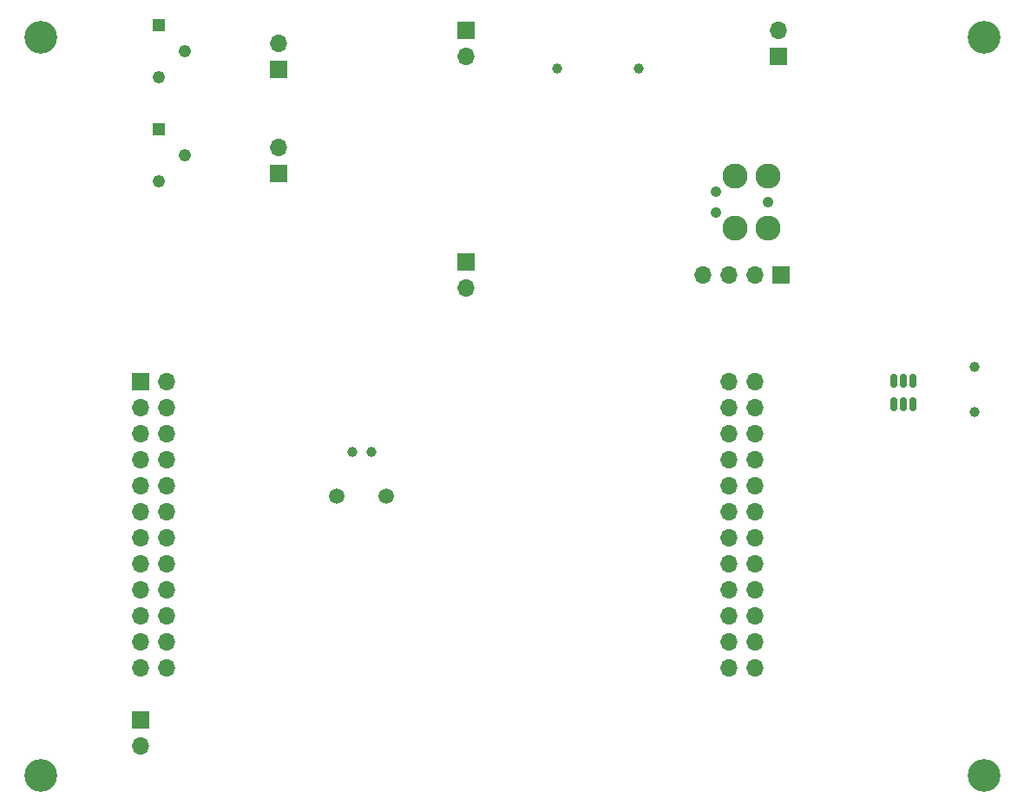
<source format=gbr>
%TF.GenerationSoftware,KiCad,Pcbnew,(6.0.7)*%
%TF.CreationDate,2022-10-04T16:49:08-03:00*%
%TF.ProjectId,Placa_Desenvolvimento_NuttX,506c6163-615f-4446-9573-656e766f6c76,rev?*%
%TF.SameCoordinates,Original*%
%TF.FileFunction,Soldermask,Bot*%
%TF.FilePolarity,Negative*%
%FSLAX46Y46*%
G04 Gerber Fmt 4.6, Leading zero omitted, Abs format (unit mm)*
G04 Created by KiCad (PCBNEW (6.0.7)) date 2022-10-04 16:49:08*
%MOMM*%
%LPD*%
G01*
G04 APERTURE LIST*
G04 Aperture macros list*
%AMRoundRect*
0 Rectangle with rounded corners*
0 $1 Rounding radius*
0 $2 $3 $4 $5 $6 $7 $8 $9 X,Y pos of 4 corners*
0 Add a 4 corners polygon primitive as box body*
4,1,4,$2,$3,$4,$5,$6,$7,$8,$9,$2,$3,0*
0 Add four circle primitives for the rounded corners*
1,1,$1+$1,$2,$3*
1,1,$1+$1,$4,$5*
1,1,$1+$1,$6,$7*
1,1,$1+$1,$8,$9*
0 Add four rect primitives between the rounded corners*
20,1,$1+$1,$2,$3,$4,$5,0*
20,1,$1+$1,$4,$5,$6,$7,0*
20,1,$1+$1,$6,$7,$8,$9,0*
20,1,$1+$1,$8,$9,$2,$3,0*%
G04 Aperture macros list end*
%ADD10C,3.200000*%
%ADD11R,1.700000X1.700000*%
%ADD12O,1.700000X1.700000*%
%ADD13R,1.222000X1.222000*%
%ADD14C,1.222000*%
%ADD15C,2.451000*%
%ADD16C,1.067000*%
%ADD17C,1.500000*%
%ADD18C,1.000000*%
%ADD19RoundRect,0.150000X-0.150000X0.512500X-0.150000X-0.512500X0.150000X-0.512500X0.150000X0.512500X0*%
G04 APERTURE END LIST*
D10*
%TO.C,H3*%
X196332000Y-67240000D03*
%TD*%
D11*
%TO.C,CN7*%
X127508000Y-70363000D03*
D12*
X127508000Y-67823000D03*
%TD*%
%TO.C,CN2*%
X171445000Y-100833000D03*
X173985000Y-100833000D03*
X171445000Y-103373000D03*
X173985000Y-103373000D03*
X171445000Y-105913000D03*
X173985000Y-105913000D03*
X171445000Y-108453000D03*
X173985000Y-108453000D03*
X171445000Y-110993000D03*
X173985000Y-110993000D03*
X171445000Y-113533000D03*
X173985000Y-113533000D03*
X171445000Y-116073000D03*
X173985000Y-116073000D03*
X171445000Y-118613000D03*
X173985000Y-118613000D03*
X171445000Y-121153000D03*
X173985000Y-121153000D03*
X171445000Y-123693000D03*
X173985000Y-123693000D03*
X171445000Y-126233000D03*
X173985000Y-126233000D03*
X171445000Y-128773000D03*
X173985000Y-128773000D03*
%TD*%
D13*
%TO.C,VR1*%
X115824000Y-66040000D03*
D14*
X118364000Y-68580000D03*
X115824000Y-71120000D03*
%TD*%
D13*
%TO.C,VR2*%
X115824000Y-76200000D03*
D14*
X118364000Y-78740000D03*
X115824000Y-81280000D03*
%TD*%
D10*
%TO.C,H4*%
X196332000Y-139240000D03*
%TD*%
D15*
%TO.C,CN5*%
X175260000Y-85852000D03*
D16*
X170180000Y-84328000D03*
X175260000Y-83312000D03*
D15*
X175260000Y-80772000D03*
X172085000Y-80772000D03*
X172085000Y-85852000D03*
D16*
X170180000Y-82296000D03*
%TD*%
D11*
%TO.C,CN6*%
X176520000Y-90424000D03*
D12*
X173980000Y-90424000D03*
X171440000Y-90424000D03*
X168900000Y-90424000D03*
%TD*%
D11*
%TO.C,CN4*%
X114041000Y-100833000D03*
D12*
X116581000Y-100833000D03*
X114041000Y-103373000D03*
X116581000Y-103373000D03*
X114041000Y-105913000D03*
X116581000Y-105913000D03*
X114041000Y-108453000D03*
X116581000Y-108453000D03*
X114041000Y-110993000D03*
X116581000Y-110993000D03*
X114041000Y-113533000D03*
X116581000Y-113533000D03*
X114041000Y-116073000D03*
X116581000Y-116073000D03*
X114041000Y-118613000D03*
X116581000Y-118613000D03*
X114041000Y-121153000D03*
X116581000Y-121153000D03*
X114041000Y-123693000D03*
X116581000Y-123693000D03*
X114041000Y-126233000D03*
X116581000Y-126233000D03*
X114041000Y-128773000D03*
X116581000Y-128773000D03*
%TD*%
D17*
%TO.C,X1*%
X133186000Y-112034000D03*
X138066000Y-112034000D03*
%TD*%
D18*
%TO.C,X2*%
X136586000Y-107632000D03*
X134686000Y-107632000D03*
%TD*%
D11*
%TO.C,CN10*%
X114046000Y-133853000D03*
D12*
X114046000Y-136393000D03*
%TD*%
D11*
%TO.C,CN8*%
X127508000Y-80523000D03*
D12*
X127508000Y-77983000D03*
%TD*%
D18*
%TO.C,CN1*%
X195430000Y-99400000D03*
X195430000Y-103800000D03*
%TD*%
D10*
%TO.C,H1*%
X104332000Y-139240000D03*
%TD*%
D11*
%TO.C,CN12*%
X176276000Y-69088000D03*
D12*
X176276000Y-66548000D03*
%TD*%
D11*
%TO.C,CN9*%
X145796000Y-89149000D03*
D12*
X145796000Y-91689000D03*
%TD*%
D10*
%TO.C,H2*%
X104332000Y-67240000D03*
%TD*%
D11*
%TO.C,CN11*%
X145796000Y-66548000D03*
D12*
X145796000Y-69088000D03*
%TD*%
D18*
%TO.C,CN3*%
X154688000Y-70260000D03*
X162688000Y-70260000D03*
%TD*%
D19*
%TO.C,U2*%
X187555500Y-100716500D03*
X188505500Y-100716500D03*
X189455500Y-100716500D03*
X189455500Y-102991500D03*
X188505500Y-102991500D03*
X187555500Y-102991500D03*
%TD*%
M02*

</source>
